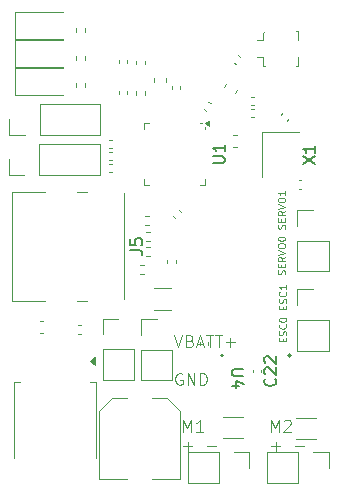
<source format=gbr>
%TF.GenerationSoftware,KiCad,Pcbnew,9.0.0*%
%TF.CreationDate,2025-09-05T21:38:02-05:00*%
%TF.ProjectId,RIOT_Receiver_ESP,52494f54-5f52-4656-9365-697665725f45,rev?*%
%TF.SameCoordinates,Original*%
%TF.FileFunction,Legend,Top*%
%TF.FilePolarity,Positive*%
%FSLAX46Y46*%
G04 Gerber Fmt 4.6, Leading zero omitted, Abs format (unit mm)*
G04 Created by KiCad (PCBNEW 9.0.0) date 2025-09-05 21:38:02*
%MOMM*%
%LPD*%
G01*
G04 APERTURE LIST*
%ADD10C,0.100000*%
%ADD11C,0.075000*%
%ADD12C,0.150000*%
%ADD13C,0.120000*%
%ADD14C,0.152400*%
G04 APERTURE END LIST*
D10*
X165241027Y-105272531D02*
X165574360Y-106272531D01*
X165574360Y-106272531D02*
X165907693Y-105272531D01*
X166574360Y-105748721D02*
X166717217Y-105796340D01*
X166717217Y-105796340D02*
X166764836Y-105843959D01*
X166764836Y-105843959D02*
X166812455Y-105939197D01*
X166812455Y-105939197D02*
X166812455Y-106082054D01*
X166812455Y-106082054D02*
X166764836Y-106177292D01*
X166764836Y-106177292D02*
X166717217Y-106224912D01*
X166717217Y-106224912D02*
X166621979Y-106272531D01*
X166621979Y-106272531D02*
X166241027Y-106272531D01*
X166241027Y-106272531D02*
X166241027Y-105272531D01*
X166241027Y-105272531D02*
X166574360Y-105272531D01*
X166574360Y-105272531D02*
X166669598Y-105320150D01*
X166669598Y-105320150D02*
X166717217Y-105367769D01*
X166717217Y-105367769D02*
X166764836Y-105463007D01*
X166764836Y-105463007D02*
X166764836Y-105558245D01*
X166764836Y-105558245D02*
X166717217Y-105653483D01*
X166717217Y-105653483D02*
X166669598Y-105701102D01*
X166669598Y-105701102D02*
X166574360Y-105748721D01*
X166574360Y-105748721D02*
X166241027Y-105748721D01*
X167193408Y-105986816D02*
X167669598Y-105986816D01*
X167098170Y-106272531D02*
X167431503Y-105272531D01*
X167431503Y-105272531D02*
X167764836Y-106272531D01*
X167955313Y-105272531D02*
X168526741Y-105272531D01*
X168241027Y-106272531D02*
X168241027Y-105272531D01*
X168717218Y-105272531D02*
X169288646Y-105272531D01*
X169002932Y-106272531D02*
X169002932Y-105272531D01*
X169621980Y-105891578D02*
X170383885Y-105891578D01*
X170002932Y-106272531D02*
X170002932Y-105510626D01*
X165907693Y-108540038D02*
X165812455Y-108492419D01*
X165812455Y-108492419D02*
X165669598Y-108492419D01*
X165669598Y-108492419D02*
X165526741Y-108540038D01*
X165526741Y-108540038D02*
X165431503Y-108635276D01*
X165431503Y-108635276D02*
X165383884Y-108730514D01*
X165383884Y-108730514D02*
X165336265Y-108920990D01*
X165336265Y-108920990D02*
X165336265Y-109063847D01*
X165336265Y-109063847D02*
X165383884Y-109254323D01*
X165383884Y-109254323D02*
X165431503Y-109349561D01*
X165431503Y-109349561D02*
X165526741Y-109444800D01*
X165526741Y-109444800D02*
X165669598Y-109492419D01*
X165669598Y-109492419D02*
X165764836Y-109492419D01*
X165764836Y-109492419D02*
X165907693Y-109444800D01*
X165907693Y-109444800D02*
X165955312Y-109397180D01*
X165955312Y-109397180D02*
X165955312Y-109063847D01*
X165955312Y-109063847D02*
X165764836Y-109063847D01*
X166383884Y-109492419D02*
X166383884Y-108492419D01*
X166383884Y-108492419D02*
X166955312Y-109492419D01*
X166955312Y-109492419D02*
X166955312Y-108492419D01*
X167431503Y-109492419D02*
X167431503Y-108492419D01*
X167431503Y-108492419D02*
X167669598Y-108492419D01*
X167669598Y-108492419D02*
X167812455Y-108540038D01*
X167812455Y-108540038D02*
X167907693Y-108635276D01*
X167907693Y-108635276D02*
X167955312Y-108730514D01*
X167955312Y-108730514D02*
X168002931Y-108920990D01*
X168002931Y-108920990D02*
X168002931Y-109063847D01*
X168002931Y-109063847D02*
X167955312Y-109254323D01*
X167955312Y-109254323D02*
X167907693Y-109349561D01*
X167907693Y-109349561D02*
X167812455Y-109444800D01*
X167812455Y-109444800D02*
X167669598Y-109492419D01*
X167669598Y-109492419D02*
X167431503Y-109492419D01*
X166003779Y-113442720D02*
X166003779Y-112442720D01*
X166003779Y-112442720D02*
X166337112Y-113157005D01*
X166337112Y-113157005D02*
X166670445Y-112442720D01*
X166670445Y-112442720D02*
X166670445Y-113442720D01*
X167670445Y-113442720D02*
X167099017Y-113442720D01*
X167384731Y-113442720D02*
X167384731Y-112442720D01*
X167384731Y-112442720D02*
X167289493Y-112585577D01*
X167289493Y-112585577D02*
X167194255Y-112680815D01*
X167194255Y-112680815D02*
X167099017Y-112728434D01*
X166003779Y-114671711D02*
X166765684Y-114671711D01*
X166384731Y-115052664D02*
X166384731Y-114290759D01*
X168003779Y-114671711D02*
X168765684Y-114671711D01*
D11*
X174594100Y-100136372D02*
X174622671Y-100050658D01*
X174622671Y-100050658D02*
X174622671Y-99907800D01*
X174622671Y-99907800D02*
X174594100Y-99850658D01*
X174594100Y-99850658D02*
X174565528Y-99822086D01*
X174565528Y-99822086D02*
X174508385Y-99793515D01*
X174508385Y-99793515D02*
X174451242Y-99793515D01*
X174451242Y-99793515D02*
X174394100Y-99822086D01*
X174394100Y-99822086D02*
X174365528Y-99850658D01*
X174365528Y-99850658D02*
X174336957Y-99907800D01*
X174336957Y-99907800D02*
X174308385Y-100022086D01*
X174308385Y-100022086D02*
X174279814Y-100079229D01*
X174279814Y-100079229D02*
X174251242Y-100107800D01*
X174251242Y-100107800D02*
X174194100Y-100136372D01*
X174194100Y-100136372D02*
X174136957Y-100136372D01*
X174136957Y-100136372D02*
X174079814Y-100107800D01*
X174079814Y-100107800D02*
X174051242Y-100079229D01*
X174051242Y-100079229D02*
X174022671Y-100022086D01*
X174022671Y-100022086D02*
X174022671Y-99879229D01*
X174022671Y-99879229D02*
X174051242Y-99793515D01*
X174308385Y-99536371D02*
X174308385Y-99336371D01*
X174622671Y-99250657D02*
X174622671Y-99536371D01*
X174622671Y-99536371D02*
X174022671Y-99536371D01*
X174022671Y-99536371D02*
X174022671Y-99250657D01*
X174622671Y-98650657D02*
X174336957Y-98850657D01*
X174622671Y-98993514D02*
X174022671Y-98993514D01*
X174022671Y-98993514D02*
X174022671Y-98764943D01*
X174022671Y-98764943D02*
X174051242Y-98707800D01*
X174051242Y-98707800D02*
X174079814Y-98679229D01*
X174079814Y-98679229D02*
X174136957Y-98650657D01*
X174136957Y-98650657D02*
X174222671Y-98650657D01*
X174222671Y-98650657D02*
X174279814Y-98679229D01*
X174279814Y-98679229D02*
X174308385Y-98707800D01*
X174308385Y-98707800D02*
X174336957Y-98764943D01*
X174336957Y-98764943D02*
X174336957Y-98993514D01*
X174022671Y-98479229D02*
X174622671Y-98279229D01*
X174622671Y-98279229D02*
X174022671Y-98079229D01*
X174022671Y-97764943D02*
X174022671Y-97650657D01*
X174022671Y-97650657D02*
X174051242Y-97593514D01*
X174051242Y-97593514D02*
X174108385Y-97536371D01*
X174108385Y-97536371D02*
X174222671Y-97507800D01*
X174222671Y-97507800D02*
X174422671Y-97507800D01*
X174422671Y-97507800D02*
X174536957Y-97536371D01*
X174536957Y-97536371D02*
X174594100Y-97593514D01*
X174594100Y-97593514D02*
X174622671Y-97650657D01*
X174622671Y-97650657D02*
X174622671Y-97764943D01*
X174622671Y-97764943D02*
X174594100Y-97822086D01*
X174594100Y-97822086D02*
X174536957Y-97879228D01*
X174536957Y-97879228D02*
X174422671Y-97907800D01*
X174422671Y-97907800D02*
X174222671Y-97907800D01*
X174222671Y-97907800D02*
X174108385Y-97879228D01*
X174108385Y-97879228D02*
X174051242Y-97822086D01*
X174051242Y-97822086D02*
X174022671Y-97764943D01*
X174022671Y-97136372D02*
X174022671Y-97079229D01*
X174022671Y-97079229D02*
X174051242Y-97022086D01*
X174051242Y-97022086D02*
X174079814Y-96993515D01*
X174079814Y-96993515D02*
X174136957Y-96964943D01*
X174136957Y-96964943D02*
X174251242Y-96936372D01*
X174251242Y-96936372D02*
X174394100Y-96936372D01*
X174394100Y-96936372D02*
X174508385Y-96964943D01*
X174508385Y-96964943D02*
X174565528Y-96993515D01*
X174565528Y-96993515D02*
X174594100Y-97022086D01*
X174594100Y-97022086D02*
X174622671Y-97079229D01*
X174622671Y-97079229D02*
X174622671Y-97136372D01*
X174622671Y-97136372D02*
X174594100Y-97193515D01*
X174594100Y-97193515D02*
X174565528Y-97222086D01*
X174565528Y-97222086D02*
X174508385Y-97250657D01*
X174508385Y-97250657D02*
X174394100Y-97279229D01*
X174394100Y-97279229D02*
X174251242Y-97279229D01*
X174251242Y-97279229D02*
X174136957Y-97250657D01*
X174136957Y-97250657D02*
X174079814Y-97222086D01*
X174079814Y-97222086D02*
X174051242Y-97193515D01*
X174051242Y-97193515D02*
X174022671Y-97136372D01*
X174594100Y-96250657D02*
X174622671Y-96164943D01*
X174622671Y-96164943D02*
X174622671Y-96022085D01*
X174622671Y-96022085D02*
X174594100Y-95964943D01*
X174594100Y-95964943D02*
X174565528Y-95936371D01*
X174565528Y-95936371D02*
X174508385Y-95907800D01*
X174508385Y-95907800D02*
X174451242Y-95907800D01*
X174451242Y-95907800D02*
X174394100Y-95936371D01*
X174394100Y-95936371D02*
X174365528Y-95964943D01*
X174365528Y-95964943D02*
X174336957Y-96022085D01*
X174336957Y-96022085D02*
X174308385Y-96136371D01*
X174308385Y-96136371D02*
X174279814Y-96193514D01*
X174279814Y-96193514D02*
X174251242Y-96222085D01*
X174251242Y-96222085D02*
X174194100Y-96250657D01*
X174194100Y-96250657D02*
X174136957Y-96250657D01*
X174136957Y-96250657D02*
X174079814Y-96222085D01*
X174079814Y-96222085D02*
X174051242Y-96193514D01*
X174051242Y-96193514D02*
X174022671Y-96136371D01*
X174022671Y-96136371D02*
X174022671Y-95993514D01*
X174022671Y-95993514D02*
X174051242Y-95907800D01*
X174308385Y-95650656D02*
X174308385Y-95450656D01*
X174622671Y-95364942D02*
X174622671Y-95650656D01*
X174622671Y-95650656D02*
X174022671Y-95650656D01*
X174022671Y-95650656D02*
X174022671Y-95364942D01*
X174622671Y-94764942D02*
X174336957Y-94964942D01*
X174622671Y-95107799D02*
X174022671Y-95107799D01*
X174022671Y-95107799D02*
X174022671Y-94879228D01*
X174022671Y-94879228D02*
X174051242Y-94822085D01*
X174051242Y-94822085D02*
X174079814Y-94793514D01*
X174079814Y-94793514D02*
X174136957Y-94764942D01*
X174136957Y-94764942D02*
X174222671Y-94764942D01*
X174222671Y-94764942D02*
X174279814Y-94793514D01*
X174279814Y-94793514D02*
X174308385Y-94822085D01*
X174308385Y-94822085D02*
X174336957Y-94879228D01*
X174336957Y-94879228D02*
X174336957Y-95107799D01*
X174022671Y-94593514D02*
X174622671Y-94393514D01*
X174622671Y-94393514D02*
X174022671Y-94193514D01*
X174022671Y-93879228D02*
X174022671Y-93764942D01*
X174022671Y-93764942D02*
X174051242Y-93707799D01*
X174051242Y-93707799D02*
X174108385Y-93650656D01*
X174108385Y-93650656D02*
X174222671Y-93622085D01*
X174222671Y-93622085D02*
X174422671Y-93622085D01*
X174422671Y-93622085D02*
X174536957Y-93650656D01*
X174536957Y-93650656D02*
X174594100Y-93707799D01*
X174594100Y-93707799D02*
X174622671Y-93764942D01*
X174622671Y-93764942D02*
X174622671Y-93879228D01*
X174622671Y-93879228D02*
X174594100Y-93936371D01*
X174594100Y-93936371D02*
X174536957Y-93993513D01*
X174536957Y-93993513D02*
X174422671Y-94022085D01*
X174422671Y-94022085D02*
X174222671Y-94022085D01*
X174222671Y-94022085D02*
X174108385Y-93993513D01*
X174108385Y-93993513D02*
X174051242Y-93936371D01*
X174051242Y-93936371D02*
X174022671Y-93879228D01*
X174622671Y-93050657D02*
X174622671Y-93393514D01*
X174622671Y-93222085D02*
X174022671Y-93222085D01*
X174022671Y-93222085D02*
X174108385Y-93279228D01*
X174108385Y-93279228D02*
X174165528Y-93336371D01*
X174165528Y-93336371D02*
X174194100Y-93393514D01*
X174408385Y-105807800D02*
X174408385Y-105607800D01*
X174722671Y-105522086D02*
X174722671Y-105807800D01*
X174722671Y-105807800D02*
X174122671Y-105807800D01*
X174122671Y-105807800D02*
X174122671Y-105522086D01*
X174694100Y-105293515D02*
X174722671Y-105207801D01*
X174722671Y-105207801D02*
X174722671Y-105064943D01*
X174722671Y-105064943D02*
X174694100Y-105007801D01*
X174694100Y-105007801D02*
X174665528Y-104979229D01*
X174665528Y-104979229D02*
X174608385Y-104950658D01*
X174608385Y-104950658D02*
X174551242Y-104950658D01*
X174551242Y-104950658D02*
X174494100Y-104979229D01*
X174494100Y-104979229D02*
X174465528Y-105007801D01*
X174465528Y-105007801D02*
X174436957Y-105064943D01*
X174436957Y-105064943D02*
X174408385Y-105179229D01*
X174408385Y-105179229D02*
X174379814Y-105236372D01*
X174379814Y-105236372D02*
X174351242Y-105264943D01*
X174351242Y-105264943D02*
X174294100Y-105293515D01*
X174294100Y-105293515D02*
X174236957Y-105293515D01*
X174236957Y-105293515D02*
X174179814Y-105264943D01*
X174179814Y-105264943D02*
X174151242Y-105236372D01*
X174151242Y-105236372D02*
X174122671Y-105179229D01*
X174122671Y-105179229D02*
X174122671Y-105036372D01*
X174122671Y-105036372D02*
X174151242Y-104950658D01*
X174665528Y-104350657D02*
X174694100Y-104379229D01*
X174694100Y-104379229D02*
X174722671Y-104464943D01*
X174722671Y-104464943D02*
X174722671Y-104522086D01*
X174722671Y-104522086D02*
X174694100Y-104607800D01*
X174694100Y-104607800D02*
X174636957Y-104664943D01*
X174636957Y-104664943D02*
X174579814Y-104693514D01*
X174579814Y-104693514D02*
X174465528Y-104722086D01*
X174465528Y-104722086D02*
X174379814Y-104722086D01*
X174379814Y-104722086D02*
X174265528Y-104693514D01*
X174265528Y-104693514D02*
X174208385Y-104664943D01*
X174208385Y-104664943D02*
X174151242Y-104607800D01*
X174151242Y-104607800D02*
X174122671Y-104522086D01*
X174122671Y-104522086D02*
X174122671Y-104464943D01*
X174122671Y-104464943D02*
X174151242Y-104379229D01*
X174151242Y-104379229D02*
X174179814Y-104350657D01*
X174122671Y-103979229D02*
X174122671Y-103922086D01*
X174122671Y-103922086D02*
X174151242Y-103864943D01*
X174151242Y-103864943D02*
X174179814Y-103836372D01*
X174179814Y-103836372D02*
X174236957Y-103807800D01*
X174236957Y-103807800D02*
X174351242Y-103779229D01*
X174351242Y-103779229D02*
X174494100Y-103779229D01*
X174494100Y-103779229D02*
X174608385Y-103807800D01*
X174608385Y-103807800D02*
X174665528Y-103836372D01*
X174665528Y-103836372D02*
X174694100Y-103864943D01*
X174694100Y-103864943D02*
X174722671Y-103922086D01*
X174722671Y-103922086D02*
X174722671Y-103979229D01*
X174722671Y-103979229D02*
X174694100Y-104036372D01*
X174694100Y-104036372D02*
X174665528Y-104064943D01*
X174665528Y-104064943D02*
X174608385Y-104093514D01*
X174608385Y-104093514D02*
X174494100Y-104122086D01*
X174494100Y-104122086D02*
X174351242Y-104122086D01*
X174351242Y-104122086D02*
X174236957Y-104093514D01*
X174236957Y-104093514D02*
X174179814Y-104064943D01*
X174179814Y-104064943D02*
X174151242Y-104036372D01*
X174151242Y-104036372D02*
X174122671Y-103979229D01*
X174408385Y-103064942D02*
X174408385Y-102864942D01*
X174722671Y-102779228D02*
X174722671Y-103064942D01*
X174722671Y-103064942D02*
X174122671Y-103064942D01*
X174122671Y-103064942D02*
X174122671Y-102779228D01*
X174694100Y-102550657D02*
X174722671Y-102464943D01*
X174722671Y-102464943D02*
X174722671Y-102322085D01*
X174722671Y-102322085D02*
X174694100Y-102264943D01*
X174694100Y-102264943D02*
X174665528Y-102236371D01*
X174665528Y-102236371D02*
X174608385Y-102207800D01*
X174608385Y-102207800D02*
X174551242Y-102207800D01*
X174551242Y-102207800D02*
X174494100Y-102236371D01*
X174494100Y-102236371D02*
X174465528Y-102264943D01*
X174465528Y-102264943D02*
X174436957Y-102322085D01*
X174436957Y-102322085D02*
X174408385Y-102436371D01*
X174408385Y-102436371D02*
X174379814Y-102493514D01*
X174379814Y-102493514D02*
X174351242Y-102522085D01*
X174351242Y-102522085D02*
X174294100Y-102550657D01*
X174294100Y-102550657D02*
X174236957Y-102550657D01*
X174236957Y-102550657D02*
X174179814Y-102522085D01*
X174179814Y-102522085D02*
X174151242Y-102493514D01*
X174151242Y-102493514D02*
X174122671Y-102436371D01*
X174122671Y-102436371D02*
X174122671Y-102293514D01*
X174122671Y-102293514D02*
X174151242Y-102207800D01*
X174665528Y-101607799D02*
X174694100Y-101636371D01*
X174694100Y-101636371D02*
X174722671Y-101722085D01*
X174722671Y-101722085D02*
X174722671Y-101779228D01*
X174722671Y-101779228D02*
X174694100Y-101864942D01*
X174694100Y-101864942D02*
X174636957Y-101922085D01*
X174636957Y-101922085D02*
X174579814Y-101950656D01*
X174579814Y-101950656D02*
X174465528Y-101979228D01*
X174465528Y-101979228D02*
X174379814Y-101979228D01*
X174379814Y-101979228D02*
X174265528Y-101950656D01*
X174265528Y-101950656D02*
X174208385Y-101922085D01*
X174208385Y-101922085D02*
X174151242Y-101864942D01*
X174151242Y-101864942D02*
X174122671Y-101779228D01*
X174122671Y-101779228D02*
X174122671Y-101722085D01*
X174122671Y-101722085D02*
X174151242Y-101636371D01*
X174151242Y-101636371D02*
X174179814Y-101607799D01*
X174722671Y-101036371D02*
X174722671Y-101379228D01*
X174722671Y-101207799D02*
X174122671Y-101207799D01*
X174122671Y-101207799D02*
X174208385Y-101264942D01*
X174208385Y-101264942D02*
X174265528Y-101322085D01*
X174265528Y-101322085D02*
X174294100Y-101379228D01*
D10*
X173433884Y-113432475D02*
X173433884Y-112432475D01*
X173433884Y-112432475D02*
X173767217Y-113146760D01*
X173767217Y-113146760D02*
X174100550Y-112432475D01*
X174100550Y-112432475D02*
X174100550Y-113432475D01*
X174529122Y-112527713D02*
X174576741Y-112480094D01*
X174576741Y-112480094D02*
X174671979Y-112432475D01*
X174671979Y-112432475D02*
X174910074Y-112432475D01*
X174910074Y-112432475D02*
X175005312Y-112480094D01*
X175005312Y-112480094D02*
X175052931Y-112527713D01*
X175052931Y-112527713D02*
X175100550Y-112622951D01*
X175100550Y-112622951D02*
X175100550Y-112718189D01*
X175100550Y-112718189D02*
X175052931Y-112861046D01*
X175052931Y-112861046D02*
X174481503Y-113432475D01*
X174481503Y-113432475D02*
X175100550Y-113432475D01*
X173433884Y-114661466D02*
X174195789Y-114661466D01*
X173814836Y-115042419D02*
X173814836Y-114280514D01*
X175433884Y-114661466D02*
X176195789Y-114661466D01*
D12*
X173769580Y-108960357D02*
X173817200Y-109007976D01*
X173817200Y-109007976D02*
X173864819Y-109150833D01*
X173864819Y-109150833D02*
X173864819Y-109246071D01*
X173864819Y-109246071D02*
X173817200Y-109388928D01*
X173817200Y-109388928D02*
X173721961Y-109484166D01*
X173721961Y-109484166D02*
X173626723Y-109531785D01*
X173626723Y-109531785D02*
X173436247Y-109579404D01*
X173436247Y-109579404D02*
X173293390Y-109579404D01*
X173293390Y-109579404D02*
X173102914Y-109531785D01*
X173102914Y-109531785D02*
X173007676Y-109484166D01*
X173007676Y-109484166D02*
X172912438Y-109388928D01*
X172912438Y-109388928D02*
X172864819Y-109246071D01*
X172864819Y-109246071D02*
X172864819Y-109150833D01*
X172864819Y-109150833D02*
X172912438Y-109007976D01*
X172912438Y-109007976D02*
X172960057Y-108960357D01*
X172960057Y-108579404D02*
X172912438Y-108531785D01*
X172912438Y-108531785D02*
X172864819Y-108436547D01*
X172864819Y-108436547D02*
X172864819Y-108198452D01*
X172864819Y-108198452D02*
X172912438Y-108103214D01*
X172912438Y-108103214D02*
X172960057Y-108055595D01*
X172960057Y-108055595D02*
X173055295Y-108007976D01*
X173055295Y-108007976D02*
X173150533Y-108007976D01*
X173150533Y-108007976D02*
X173293390Y-108055595D01*
X173293390Y-108055595D02*
X173864819Y-108627023D01*
X173864819Y-108627023D02*
X173864819Y-108007976D01*
X172960057Y-107627023D02*
X172912438Y-107579404D01*
X172912438Y-107579404D02*
X172864819Y-107484166D01*
X172864819Y-107484166D02*
X172864819Y-107246071D01*
X172864819Y-107246071D02*
X172912438Y-107150833D01*
X172912438Y-107150833D02*
X172960057Y-107103214D01*
X172960057Y-107103214D02*
X173055295Y-107055595D01*
X173055295Y-107055595D02*
X173150533Y-107055595D01*
X173150533Y-107055595D02*
X173293390Y-107103214D01*
X173293390Y-107103214D02*
X173864819Y-107674642D01*
X173864819Y-107674642D02*
X173864819Y-107055595D01*
X176129819Y-90809523D02*
X177129819Y-90142857D01*
X176129819Y-90142857D02*
X177129819Y-90809523D01*
X177129819Y-89238095D02*
X177129819Y-89809523D01*
X177129819Y-89523809D02*
X176129819Y-89523809D01*
X176129819Y-89523809D02*
X176272676Y-89619047D01*
X176272676Y-89619047D02*
X176367914Y-89714285D01*
X176367914Y-89714285D02*
X176415533Y-89809523D01*
X161529819Y-98083333D02*
X162244104Y-98083333D01*
X162244104Y-98083333D02*
X162386961Y-98130952D01*
X162386961Y-98130952D02*
X162482200Y-98226190D01*
X162482200Y-98226190D02*
X162529819Y-98369047D01*
X162529819Y-98369047D02*
X162529819Y-98464285D01*
X161529819Y-97130952D02*
X161529819Y-97607142D01*
X161529819Y-97607142D02*
X162006009Y-97654761D01*
X162006009Y-97654761D02*
X161958390Y-97607142D01*
X161958390Y-97607142D02*
X161910771Y-97511904D01*
X161910771Y-97511904D02*
X161910771Y-97273809D01*
X161910771Y-97273809D02*
X161958390Y-97178571D01*
X161958390Y-97178571D02*
X162006009Y-97130952D01*
X162006009Y-97130952D02*
X162101247Y-97083333D01*
X162101247Y-97083333D02*
X162339342Y-97083333D01*
X162339342Y-97083333D02*
X162434580Y-97130952D01*
X162434580Y-97130952D02*
X162482200Y-97178571D01*
X162482200Y-97178571D02*
X162529819Y-97273809D01*
X162529819Y-97273809D02*
X162529819Y-97511904D01*
X162529819Y-97511904D02*
X162482200Y-97607142D01*
X162482200Y-97607142D02*
X162434580Y-97654761D01*
X171094991Y-108141395D02*
X170285468Y-108141395D01*
X170285468Y-108141395D02*
X170190230Y-108189014D01*
X170190230Y-108189014D02*
X170142611Y-108236633D01*
X170142611Y-108236633D02*
X170094991Y-108331871D01*
X170094991Y-108331871D02*
X170094991Y-108522347D01*
X170094991Y-108522347D02*
X170142611Y-108617585D01*
X170142611Y-108617585D02*
X170190230Y-108665204D01*
X170190230Y-108665204D02*
X170285468Y-108712823D01*
X170285468Y-108712823D02*
X171094991Y-108712823D01*
X170761658Y-109617585D02*
X170094991Y-109617585D01*
X171142611Y-109379490D02*
X170428325Y-109141395D01*
X170428325Y-109141395D02*
X170428325Y-109760442D01*
X168504819Y-90711904D02*
X169314342Y-90711904D01*
X169314342Y-90711904D02*
X169409580Y-90664285D01*
X169409580Y-90664285D02*
X169457200Y-90616666D01*
X169457200Y-90616666D02*
X169504819Y-90521428D01*
X169504819Y-90521428D02*
X169504819Y-90330952D01*
X169504819Y-90330952D02*
X169457200Y-90235714D01*
X169457200Y-90235714D02*
X169409580Y-90188095D01*
X169409580Y-90188095D02*
X169314342Y-90140476D01*
X169314342Y-90140476D02*
X168504819Y-90140476D01*
X169504819Y-89140476D02*
X169504819Y-89711904D01*
X169504819Y-89426190D02*
X168504819Y-89426190D01*
X168504819Y-89426190D02*
X168647676Y-89521428D01*
X168647676Y-89521428D02*
X168742914Y-89616666D01*
X168742914Y-89616666D02*
X168790533Y-89711904D01*
D13*
%TO.C,J7*%
X162420000Y-103895000D02*
X163750000Y-103895000D01*
X162420000Y-105225000D02*
X162420000Y-103895000D01*
X162420000Y-106495000D02*
X162420000Y-109095000D01*
X162420000Y-106495000D02*
X165080000Y-106495000D01*
X162420000Y-109095000D02*
X165080000Y-109095000D01*
X165080000Y-106495000D02*
X165080000Y-109095000D01*
%TO.C,R1*%
X156920000Y-79567621D02*
X156920000Y-79232379D01*
X157680000Y-79567621D02*
X157680000Y-79232379D01*
%TO.C,R11*%
X162020000Y-84967621D02*
X162020000Y-84632379D01*
X162780000Y-84967621D02*
X162780000Y-84632379D01*
%TO.C,D1*%
X151740000Y-77915000D02*
X151740000Y-80185000D01*
X151740000Y-80185000D02*
X155800000Y-80185000D01*
X155800000Y-77915000D02*
X151740000Y-77915000D01*
%TO.C,C21*%
X167390000Y-106115835D02*
X167390000Y-105884165D01*
X168110000Y-106115835D02*
X168110000Y-105884165D01*
%TO.C,L2*%
X170521267Y-88340000D02*
X170178733Y-88340000D01*
X170521267Y-89360000D02*
X170178733Y-89360000D01*
%TO.C,C14*%
X159965835Y-90740000D02*
X159734165Y-90740000D01*
X159965835Y-91460000D02*
X159734165Y-91460000D01*
%TO.C,C8*%
X160540000Y-82215835D02*
X160540000Y-81984165D01*
X161260000Y-82215835D02*
X161260000Y-81984165D01*
%TO.C,J8*%
X151230000Y-91730000D02*
X151230000Y-90400000D01*
X152560000Y-91730000D02*
X151230000Y-91730000D01*
X153830000Y-89070000D02*
X158970000Y-89070000D01*
X153830000Y-91730000D02*
X153830000Y-89070000D01*
X153830000Y-91730000D02*
X158970000Y-91730000D01*
X158970000Y-91730000D02*
X158970000Y-89070000D01*
%TO.C,R4*%
X175582258Y-112280000D02*
X177252742Y-112280000D01*
X175582258Y-114100000D02*
X177252742Y-114100000D01*
%TO.C,REF\u002A\u002A*%
X158890000Y-111654437D02*
X158890000Y-117410000D01*
X158890000Y-117410000D02*
X161240000Y-117410000D01*
X159954437Y-110590000D02*
X158890000Y-111654437D01*
X159954437Y-110590000D02*
X161240000Y-110590000D01*
X164645563Y-110590000D02*
X163360000Y-110590000D01*
X164645563Y-110590000D02*
X165710000Y-111654437D01*
X165710000Y-111654437D02*
X165710000Y-117410000D01*
X165710000Y-117410000D02*
X163360000Y-117410000D01*
%TO.C,C9*%
X174238534Y-86652349D02*
X174402349Y-86488534D01*
X174747651Y-87161466D02*
X174911466Y-86997651D01*
%TO.C,C4*%
X167769684Y-86153852D02*
X167970316Y-86269687D01*
X168129684Y-85530313D02*
X168330316Y-85646148D01*
%TO.C,REF\u002A\u002A*%
X163538748Y-101290000D02*
X164961252Y-101290000D01*
X163538748Y-103110000D02*
X164961252Y-103110000D01*
%TO.C,R15*%
X162332379Y-99370000D02*
X162667621Y-99370000D01*
X162332379Y-100130000D02*
X162667621Y-100130000D01*
%TO.C,C22*%
X171890000Y-108201665D02*
X171890000Y-108433335D01*
X172610000Y-108201665D02*
X172610000Y-108433335D01*
%TO.C,C2*%
X157315835Y-104440000D02*
X157084165Y-104440000D01*
X157315835Y-105160000D02*
X157084165Y-105160000D01*
%TO.C,C12*%
X176015835Y-92140000D02*
X175784165Y-92140000D01*
X176015835Y-92860000D02*
X175784165Y-92860000D01*
%TO.C,R14*%
X162734879Y-95220000D02*
X163070121Y-95220000D01*
X162734879Y-95980000D02*
X163070121Y-95980000D01*
%TO.C,X1*%
X172650000Y-88100000D02*
X172650000Y-91900000D01*
X175800000Y-88100000D02*
X172650000Y-88100000D01*
%TO.C,C19*%
X164640000Y-98951665D02*
X164640000Y-99183335D01*
X165360000Y-98951665D02*
X165360000Y-99183335D01*
%TO.C,R12*%
X162832379Y-96570000D02*
X163167621Y-96570000D01*
X162832379Y-97330000D02*
X163167621Y-97330000D01*
%TO.C,C6*%
X165040000Y-84184165D02*
X165040000Y-84415835D01*
X165760000Y-84184165D02*
X165760000Y-84415835D01*
%TO.C,J9*%
X159170000Y-103870000D02*
X160500000Y-103870000D01*
X159170000Y-105200000D02*
X159170000Y-103870000D01*
X159170000Y-106470000D02*
X159170000Y-109070000D01*
X159170000Y-106470000D02*
X161830000Y-106470000D01*
X159170000Y-109070000D02*
X161830000Y-109070000D01*
X161830000Y-106470000D02*
X161830000Y-109070000D01*
%TO.C,C18*%
X160540000Y-84815835D02*
X160540000Y-84584165D01*
X161260000Y-84815835D02*
X161260000Y-84584165D01*
%TO.C,J5*%
X151545000Y-93155000D02*
X151545000Y-102345000D01*
X154275000Y-93155000D02*
X151545000Y-93155000D01*
X154275000Y-102345000D02*
X151545000Y-102345000D01*
X157875000Y-93155000D02*
X156975000Y-93155000D01*
X157875000Y-102345000D02*
X156975000Y-102345000D01*
X160955000Y-93275000D02*
X160955000Y-102225000D01*
%TO.C,L3*%
X163490000Y-83528733D02*
X163490000Y-83871267D01*
X164510000Y-83528733D02*
X164510000Y-83871267D01*
%TO.C,J1*%
X173130000Y-115170000D02*
X173130000Y-117830000D01*
X175730000Y-115170000D02*
X173130000Y-115170000D01*
X175730000Y-115170000D02*
X175730000Y-117830000D01*
X175730000Y-117830000D02*
X173130000Y-117830000D01*
X177000000Y-115170000D02*
X178330000Y-115170000D01*
X178330000Y-115170000D02*
X178330000Y-116500000D01*
%TO.C,J6*%
X175670000Y-94670000D02*
X177000000Y-94670000D01*
X175670000Y-96000000D02*
X175670000Y-94670000D01*
X175670000Y-97270000D02*
X175670000Y-99870000D01*
X175670000Y-97270000D02*
X178330000Y-97270000D01*
X175670000Y-99870000D02*
X178330000Y-99870000D01*
X178330000Y-97270000D02*
X178330000Y-99870000D01*
%TO.C,R2*%
X156920000Y-81967621D02*
X156920000Y-81632379D01*
X157680000Y-81967621D02*
X157680000Y-81632379D01*
%TO.C,C11*%
X171965835Y-85090000D02*
X171734165Y-85090000D01*
X171965835Y-85810000D02*
X171734165Y-85810000D01*
%TO.C,R3*%
X156920000Y-84267621D02*
X156920000Y-83932379D01*
X157680000Y-84267621D02*
X157680000Y-83932379D01*
%TO.C,L1*%
X169472694Y-84293322D02*
X169643961Y-83996678D01*
X170356039Y-84803322D02*
X170527306Y-84506678D01*
%TO.C,C17*%
X159965835Y-89740000D02*
X159734165Y-89740000D01*
X159965835Y-90460000D02*
X159734165Y-90460000D01*
%TO.C,J10*%
X151245000Y-88330000D02*
X151245000Y-87000000D01*
X152575000Y-88330000D02*
X151245000Y-88330000D01*
X153845000Y-85670000D02*
X158985000Y-85670000D01*
X153845000Y-88330000D02*
X153845000Y-85670000D01*
X153845000Y-88330000D02*
X158985000Y-88330000D01*
X158985000Y-88330000D02*
X158985000Y-85670000D01*
%TO.C,C5*%
X170269684Y-82203853D02*
X170470315Y-82319687D01*
X170629685Y-81580313D02*
X170830316Y-81696147D01*
%TO.C,C7*%
X162040000Y-82315835D02*
X162040000Y-82084165D01*
X162760000Y-82315835D02*
X162760000Y-82084165D01*
D14*
%TO.C,U2*%
X175101978Y-106993474D02*
G75*
G02*
X174898778Y-106993474I-101600J0D01*
G01*
X174898778Y-106993474D02*
G75*
G02*
X175101978Y-106993474I101600J0D01*
G01*
D13*
%TO.C,D2*%
X151740000Y-80265000D02*
X151740000Y-82535000D01*
X151740000Y-82535000D02*
X155800000Y-82535000D01*
X155800000Y-80265000D02*
X151740000Y-80265000D01*
%TO.C,J4*%
X175670000Y-101395000D02*
X177000000Y-101395000D01*
X175670000Y-102725000D02*
X175670000Y-101395000D01*
X175670000Y-103995000D02*
X175670000Y-106595000D01*
X175670000Y-103995000D02*
X178330000Y-103995000D01*
X175670000Y-106595000D02*
X178330000Y-106595000D01*
X178330000Y-103995000D02*
X178330000Y-106595000D01*
%TO.C,REF\u002A\u002A*%
X172750000Y-79700000D02*
X172950000Y-79500000D01*
X172750000Y-80300000D02*
X172249999Y-80300000D01*
X172750000Y-80300000D02*
X172750000Y-79700000D01*
X172750000Y-81700000D02*
X172250000Y-81700000D01*
X172750000Y-82500000D02*
X172750000Y-81700000D01*
X172950000Y-82500000D02*
X172750000Y-82500000D01*
X175550000Y-79500000D02*
X175750000Y-79500000D01*
X175750000Y-79500000D02*
X175750000Y-80300000D01*
X175750000Y-81700000D02*
X175750000Y-82500000D01*
X175750000Y-82500000D02*
X175550000Y-82500000D01*
%TO.C,R5*%
X169364758Y-112190000D02*
X171035242Y-112190000D01*
X169364758Y-114010000D02*
X171035242Y-114010000D01*
D14*
%TO.C,U4*%
X169401600Y-106993474D02*
G75*
G02*
X169198400Y-106993474I-101600J0D01*
G01*
X169198400Y-106993474D02*
G75*
G02*
X169401600Y-106993474I101600J0D01*
G01*
D13*
%TO.C,U3*%
X151710000Y-109230000D02*
X152180000Y-109230000D01*
X151710000Y-115650000D02*
X151710000Y-109230000D01*
X158610000Y-109230000D02*
X158140000Y-109230000D01*
X158610000Y-115650000D02*
X158610000Y-109230000D01*
X158570000Y-107840000D02*
X158100000Y-107500000D01*
X158570000Y-107160000D01*
X158570000Y-107840000D01*
G36*
X158570000Y-107840000D02*
G01*
X158100000Y-107500000D01*
X158570000Y-107160000D01*
X158570000Y-107840000D01*
G37*
%TO.C,C20*%
X165327349Y-95336466D02*
X165163534Y-95172651D01*
X165836466Y-94827349D02*
X165672651Y-94663534D01*
%TO.C,J2*%
X166405000Y-115170000D02*
X166405000Y-117830000D01*
X169005000Y-115170000D02*
X166405000Y-115170000D01*
X169005000Y-115170000D02*
X169005000Y-117830000D01*
X169005000Y-117830000D02*
X166405000Y-117830000D01*
X170275000Y-115170000D02*
X171605000Y-115170000D01*
X171605000Y-115170000D02*
X171605000Y-116500000D01*
%TO.C,C13*%
X159734165Y-88740000D02*
X159965835Y-88740000D01*
X159734165Y-89460000D02*
X159965835Y-89460000D01*
%TO.C,D3*%
X151740000Y-82665000D02*
X151740000Y-84935000D01*
X151740000Y-84935000D02*
X155800000Y-84935000D01*
X155800000Y-82665000D02*
X151740000Y-82665000D01*
%TO.C,U1*%
X162640000Y-87340000D02*
X163115000Y-87340000D01*
X162640000Y-87815000D02*
X162640000Y-87340000D01*
X162640000Y-92085000D02*
X162640000Y-92560000D01*
X162640000Y-92560000D02*
X163115000Y-92560000D01*
X167385000Y-87340000D02*
X167620000Y-87340000D01*
X167860000Y-87815000D02*
X167860000Y-87640000D01*
X167860000Y-92085000D02*
X167860000Y-92560000D01*
X167860000Y-92560000D02*
X167385000Y-92560000D01*
X168190000Y-87580000D02*
X167860000Y-87340000D01*
X168190000Y-87100000D01*
X168190000Y-87580000D01*
G36*
X168190000Y-87580000D02*
G01*
X167860000Y-87340000D01*
X168190000Y-87100000D01*
X168190000Y-87580000D01*
G37*
%TO.C,C3*%
X153853733Y-104090000D02*
X154146267Y-104090000D01*
X153853733Y-105110000D02*
X154146267Y-105110000D01*
%TO.C,R13*%
X163167621Y-97820000D02*
X162832379Y-97820000D01*
X163167621Y-98580000D02*
X162832379Y-98580000D01*
%TO.C,C10*%
X171965835Y-86090000D02*
X171734165Y-86090000D01*
X171965835Y-86810000D02*
X171734165Y-86810000D01*
%TD*%
M02*

</source>
